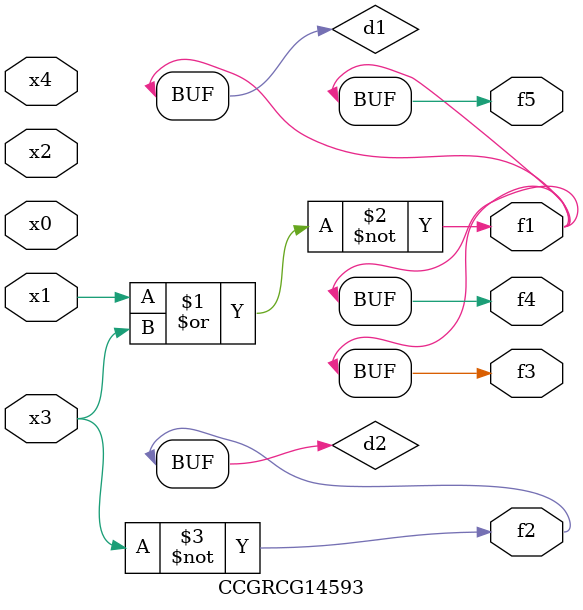
<source format=v>
module CCGRCG14593(
	input x0, x1, x2, x3, x4,
	output f1, f2, f3, f4, f5
);

	wire d1, d2;

	nor (d1, x1, x3);
	not (d2, x3);
	assign f1 = d1;
	assign f2 = d2;
	assign f3 = d1;
	assign f4 = d1;
	assign f5 = d1;
endmodule

</source>
